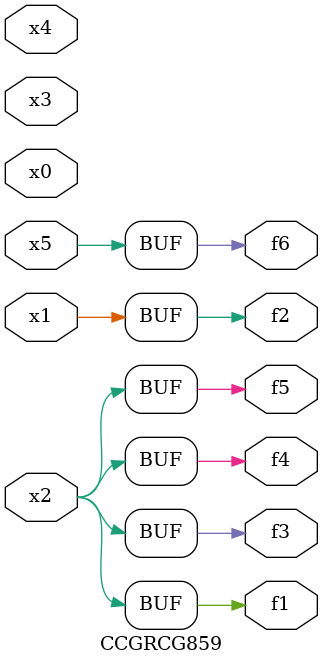
<source format=v>
module CCGRCG859(
	input x0, x1, x2, x3, x4, x5,
	output f1, f2, f3, f4, f5, f6
);
	assign f1 = x2;
	assign f2 = x1;
	assign f3 = x2;
	assign f4 = x2;
	assign f5 = x2;
	assign f6 = x5;
endmodule

</source>
